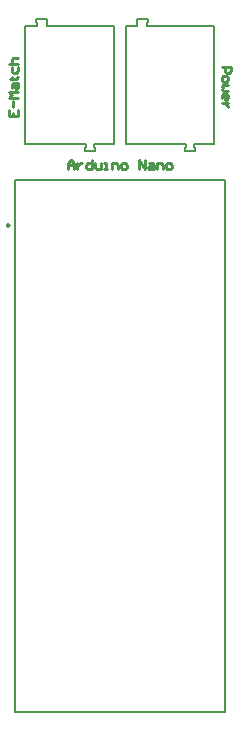
<source format=gto>
G04*
G04 #@! TF.GenerationSoftware,Altium Limited,Altium Designer,23.3.1 (30)*
G04*
G04 Layer_Color=65535*
%FSLAX25Y25*%
%MOIN*%
G70*
G04*
G04 #@! TF.SameCoordinates,B46EFDDD-D530-4476-AF1B-D3F34534D4D2*
G04*
G04*
G04 #@! TF.FilePolarity,Positive*
G04*
G01*
G75*
%ADD10C,0.00984*%
%ADD11C,0.00787*%
%ADD12C,0.01000*%
D10*
X13130Y-74500D02*
X12392Y-74074D01*
Y-74926D01*
X13130Y-74500D01*
D11*
X15000Y-237000D02*
Y-59500D01*
Y-237000D02*
X85000D01*
Y-59500D01*
X15000D02*
X85000D01*
X59051Y-8157D02*
X81492D01*
X51965D02*
X55705D01*
X59051D02*
X59248Y-5794D01*
X55508D02*
X55705Y-8157D01*
X55508Y-5794D02*
X59248D01*
X51965Y-47527D02*
X72044D01*
X51965D02*
Y-8157D01*
X74799Y-47527D02*
X81492D01*
X74799D02*
X75095Y-49889D01*
X71748D02*
X72044Y-47527D01*
X71748Y-49889D02*
X75095D01*
X81492Y-47527D02*
Y-8157D01*
X25551D02*
X47992D01*
X18465D02*
X22205D01*
X25551D02*
X25748Y-5794D01*
X22008D02*
X22205Y-8157D01*
X22008Y-5794D02*
X25748D01*
X18465Y-47527D02*
X38544D01*
X18465D02*
Y-8157D01*
X41299Y-47527D02*
X47992D01*
X41299D02*
X41595Y-49889D01*
X38248D02*
X38544Y-47527D01*
X38248Y-49889D02*
X41595D01*
X47992Y-47527D02*
Y-8157D01*
D12*
X32756Y-55999D02*
Y-54000D01*
X33755Y-53000D01*
X34755Y-54000D01*
Y-55999D01*
Y-54500D01*
X32756D01*
X35755Y-54000D02*
Y-55999D01*
Y-55000D01*
X36255Y-54500D01*
X36754Y-54000D01*
X37254D01*
X40753Y-53000D02*
Y-55999D01*
X39254D01*
X38754Y-55500D01*
Y-54500D01*
X39254Y-54000D01*
X40753D01*
X41753D02*
Y-55500D01*
X42252Y-55999D01*
X43752D01*
Y-54000D01*
X44752Y-55999D02*
X45751D01*
X45252D01*
Y-54000D01*
X44752D01*
X47251Y-55999D02*
Y-54000D01*
X48750D01*
X49250Y-54500D01*
Y-55999D01*
X50750D02*
X51749D01*
X52249Y-55500D01*
Y-54500D01*
X51749Y-54000D01*
X50750D01*
X50250Y-54500D01*
Y-55500D01*
X50750Y-55999D01*
X56248D02*
Y-53000D01*
X58247Y-55999D01*
Y-53000D01*
X59747Y-54000D02*
X60747D01*
X61246Y-54500D01*
Y-55999D01*
X59747D01*
X59247Y-55500D01*
X59747Y-55000D01*
X61246D01*
X62246Y-55999D02*
Y-54000D01*
X63746D01*
X64245Y-54500D01*
Y-55999D01*
X65745D02*
X66745D01*
X67244Y-55500D01*
Y-54500D01*
X66745Y-54000D01*
X65745D01*
X65245Y-54500D01*
Y-55500D01*
X65745Y-55999D01*
X84000Y-21752D02*
X86999D01*
Y-23252D01*
X86500Y-23752D01*
X85500D01*
X85000Y-23252D01*
Y-21752D01*
X84000Y-25251D02*
Y-26251D01*
X84500Y-26751D01*
X85500D01*
X86000Y-26251D01*
Y-25251D01*
X85500Y-24751D01*
X84500D01*
X84000Y-25251D01*
X86000Y-27750D02*
X84500D01*
X84000Y-28250D01*
X84500Y-28750D01*
X84000Y-29250D01*
X84500Y-29750D01*
X86000D01*
X84000Y-32249D02*
Y-31249D01*
X84500Y-30749D01*
X85500D01*
X86000Y-31249D01*
Y-32249D01*
X85500Y-32749D01*
X85000D01*
Y-30749D01*
X86000Y-33748D02*
X84000D01*
X85000D01*
X85500Y-34248D01*
X86000Y-34748D01*
Y-35248D01*
X13001Y-36248D02*
Y-38247D01*
X16000D01*
Y-36248D01*
X14500Y-38247D02*
Y-37247D01*
Y-35248D02*
Y-33248D01*
X16000Y-32249D02*
X13001D01*
X14000Y-31249D01*
X13001Y-30249D01*
X16000D01*
X14000Y-28750D02*
Y-27750D01*
X14500Y-27250D01*
X16000D01*
Y-28750D01*
X15500Y-29250D01*
X15000Y-28750D01*
Y-27250D01*
X13500Y-25751D02*
X14000D01*
Y-26251D01*
Y-25251D01*
Y-25751D01*
X15500D01*
X16000Y-25251D01*
X14000Y-21752D02*
Y-23252D01*
X14500Y-23752D01*
X15500D01*
X16000Y-23252D01*
Y-21752D01*
X13001Y-20752D02*
X16000D01*
X14500D01*
X14000Y-20253D01*
Y-19253D01*
X14500Y-18753D01*
X16000D01*
M02*

</source>
